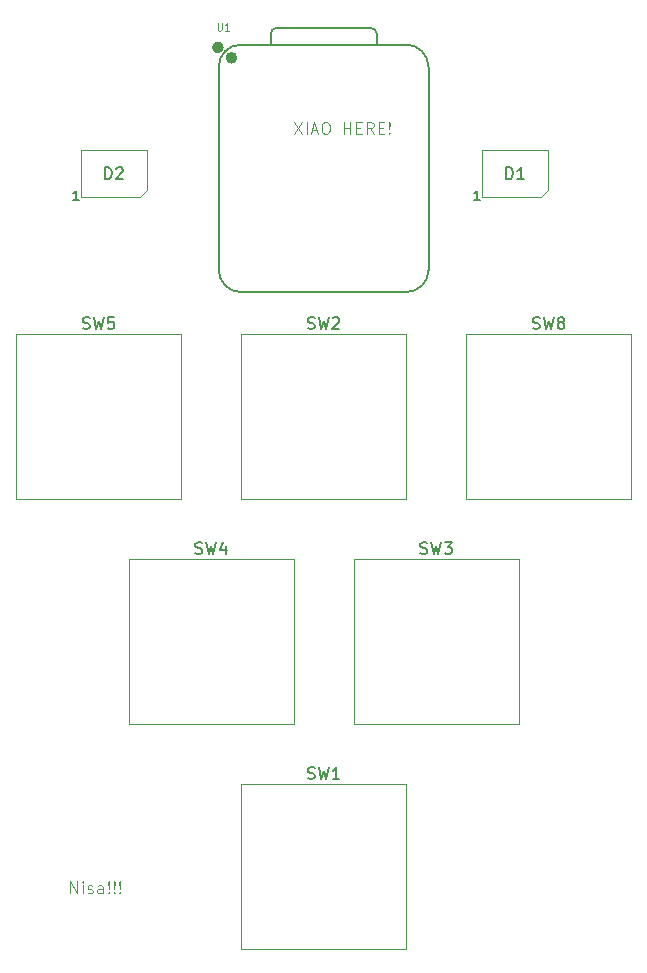
<source format=gbr>
%TF.GenerationSoftware,KiCad,Pcbnew,9.0.2*%
%TF.CreationDate,2025-07-05T15:14:09-07:00*%
%TF.ProjectId,Hackpad,4861636b-7061-4642-9e6b-696361645f70,rev?*%
%TF.SameCoordinates,Original*%
%TF.FileFunction,Legend,Top*%
%TF.FilePolarity,Positive*%
%FSLAX46Y46*%
G04 Gerber Fmt 4.6, Leading zero omitted, Abs format (unit mm)*
G04 Created by KiCad (PCBNEW 9.0.2) date 2025-07-05 15:14:09*
%MOMM*%
%LPD*%
G01*
G04 APERTURE LIST*
%ADD10C,0.100000*%
%ADD11C,0.101600*%
%ADD12C,0.150000*%
%ADD13C,0.127000*%
%ADD14C,0.504000*%
%ADD15C,0.120000*%
G04 APERTURE END LIST*
D10*
X109841384Y-161797419D02*
X109841384Y-160797419D01*
X109841384Y-160797419D02*
X110412812Y-161797419D01*
X110412812Y-161797419D02*
X110412812Y-160797419D01*
X110889003Y-161797419D02*
X110889003Y-161130752D01*
X110889003Y-160797419D02*
X110841384Y-160845038D01*
X110841384Y-160845038D02*
X110889003Y-160892657D01*
X110889003Y-160892657D02*
X110936622Y-160845038D01*
X110936622Y-160845038D02*
X110889003Y-160797419D01*
X110889003Y-160797419D02*
X110889003Y-160892657D01*
X111317574Y-161749800D02*
X111412812Y-161797419D01*
X111412812Y-161797419D02*
X111603288Y-161797419D01*
X111603288Y-161797419D02*
X111698526Y-161749800D01*
X111698526Y-161749800D02*
X111746145Y-161654561D01*
X111746145Y-161654561D02*
X111746145Y-161606942D01*
X111746145Y-161606942D02*
X111698526Y-161511704D01*
X111698526Y-161511704D02*
X111603288Y-161464085D01*
X111603288Y-161464085D02*
X111460431Y-161464085D01*
X111460431Y-161464085D02*
X111365193Y-161416466D01*
X111365193Y-161416466D02*
X111317574Y-161321228D01*
X111317574Y-161321228D02*
X111317574Y-161273609D01*
X111317574Y-161273609D02*
X111365193Y-161178371D01*
X111365193Y-161178371D02*
X111460431Y-161130752D01*
X111460431Y-161130752D02*
X111603288Y-161130752D01*
X111603288Y-161130752D02*
X111698526Y-161178371D01*
X112603288Y-161797419D02*
X112603288Y-161273609D01*
X112603288Y-161273609D02*
X112555669Y-161178371D01*
X112555669Y-161178371D02*
X112460431Y-161130752D01*
X112460431Y-161130752D02*
X112269955Y-161130752D01*
X112269955Y-161130752D02*
X112174717Y-161178371D01*
X112603288Y-161749800D02*
X112508050Y-161797419D01*
X112508050Y-161797419D02*
X112269955Y-161797419D01*
X112269955Y-161797419D02*
X112174717Y-161749800D01*
X112174717Y-161749800D02*
X112127098Y-161654561D01*
X112127098Y-161654561D02*
X112127098Y-161559323D01*
X112127098Y-161559323D02*
X112174717Y-161464085D01*
X112174717Y-161464085D02*
X112269955Y-161416466D01*
X112269955Y-161416466D02*
X112508050Y-161416466D01*
X112508050Y-161416466D02*
X112603288Y-161368847D01*
X113079479Y-161702180D02*
X113127098Y-161749800D01*
X113127098Y-161749800D02*
X113079479Y-161797419D01*
X113079479Y-161797419D02*
X113031860Y-161749800D01*
X113031860Y-161749800D02*
X113079479Y-161702180D01*
X113079479Y-161702180D02*
X113079479Y-161797419D01*
X113079479Y-161416466D02*
X113031860Y-160845038D01*
X113031860Y-160845038D02*
X113079479Y-160797419D01*
X113079479Y-160797419D02*
X113127098Y-160845038D01*
X113127098Y-160845038D02*
X113079479Y-161416466D01*
X113079479Y-161416466D02*
X113079479Y-160797419D01*
X113555669Y-161702180D02*
X113603288Y-161749800D01*
X113603288Y-161749800D02*
X113555669Y-161797419D01*
X113555669Y-161797419D02*
X113508050Y-161749800D01*
X113508050Y-161749800D02*
X113555669Y-161702180D01*
X113555669Y-161702180D02*
X113555669Y-161797419D01*
X113555669Y-161416466D02*
X113508050Y-160845038D01*
X113508050Y-160845038D02*
X113555669Y-160797419D01*
X113555669Y-160797419D02*
X113603288Y-160845038D01*
X113603288Y-160845038D02*
X113555669Y-161416466D01*
X113555669Y-161416466D02*
X113555669Y-160797419D01*
X114031859Y-161702180D02*
X114079478Y-161749800D01*
X114079478Y-161749800D02*
X114031859Y-161797419D01*
X114031859Y-161797419D02*
X113984240Y-161749800D01*
X113984240Y-161749800D02*
X114031859Y-161702180D01*
X114031859Y-161702180D02*
X114031859Y-161797419D01*
X114031859Y-161416466D02*
X113984240Y-160845038D01*
X113984240Y-160845038D02*
X114031859Y-160797419D01*
X114031859Y-160797419D02*
X114079478Y-160845038D01*
X114079478Y-160845038D02*
X114031859Y-161416466D01*
X114031859Y-161416466D02*
X114031859Y-160797419D01*
X128796146Y-96503669D02*
X129462812Y-97503669D01*
X129462812Y-96503669D02*
X128796146Y-97503669D01*
X129843765Y-97503669D02*
X129843765Y-96503669D01*
X130272336Y-97217954D02*
X130748526Y-97217954D01*
X130177098Y-97503669D02*
X130510431Y-96503669D01*
X130510431Y-96503669D02*
X130843764Y-97503669D01*
X131367574Y-96503669D02*
X131558050Y-96503669D01*
X131558050Y-96503669D02*
X131653288Y-96551288D01*
X131653288Y-96551288D02*
X131748526Y-96646526D01*
X131748526Y-96646526D02*
X131796145Y-96837002D01*
X131796145Y-96837002D02*
X131796145Y-97170335D01*
X131796145Y-97170335D02*
X131748526Y-97360811D01*
X131748526Y-97360811D02*
X131653288Y-97456050D01*
X131653288Y-97456050D02*
X131558050Y-97503669D01*
X131558050Y-97503669D02*
X131367574Y-97503669D01*
X131367574Y-97503669D02*
X131272336Y-97456050D01*
X131272336Y-97456050D02*
X131177098Y-97360811D01*
X131177098Y-97360811D02*
X131129479Y-97170335D01*
X131129479Y-97170335D02*
X131129479Y-96837002D01*
X131129479Y-96837002D02*
X131177098Y-96646526D01*
X131177098Y-96646526D02*
X131272336Y-96551288D01*
X131272336Y-96551288D02*
X131367574Y-96503669D01*
X132986622Y-97503669D02*
X132986622Y-96503669D01*
X132986622Y-96979859D02*
X133558050Y-96979859D01*
X133558050Y-97503669D02*
X133558050Y-96503669D01*
X134034241Y-96979859D02*
X134367574Y-96979859D01*
X134510431Y-97503669D02*
X134034241Y-97503669D01*
X134034241Y-97503669D02*
X134034241Y-96503669D01*
X134034241Y-96503669D02*
X134510431Y-96503669D01*
X135510431Y-97503669D02*
X135177098Y-97027478D01*
X134939003Y-97503669D02*
X134939003Y-96503669D01*
X134939003Y-96503669D02*
X135319955Y-96503669D01*
X135319955Y-96503669D02*
X135415193Y-96551288D01*
X135415193Y-96551288D02*
X135462812Y-96598907D01*
X135462812Y-96598907D02*
X135510431Y-96694145D01*
X135510431Y-96694145D02*
X135510431Y-96837002D01*
X135510431Y-96837002D02*
X135462812Y-96932240D01*
X135462812Y-96932240D02*
X135415193Y-96979859D01*
X135415193Y-96979859D02*
X135319955Y-97027478D01*
X135319955Y-97027478D02*
X134939003Y-97027478D01*
X135939003Y-96979859D02*
X136272336Y-96979859D01*
X136415193Y-97503669D02*
X135939003Y-97503669D01*
X135939003Y-97503669D02*
X135939003Y-96503669D01*
X135939003Y-96503669D02*
X136415193Y-96503669D01*
X136843765Y-97408430D02*
X136891384Y-97456050D01*
X136891384Y-97456050D02*
X136843765Y-97503669D01*
X136843765Y-97503669D02*
X136796146Y-97456050D01*
X136796146Y-97456050D02*
X136843765Y-97408430D01*
X136843765Y-97408430D02*
X136843765Y-97503669D01*
X136843765Y-97122716D02*
X136796146Y-96551288D01*
X136796146Y-96551288D02*
X136843765Y-96503669D01*
X136843765Y-96503669D02*
X136891384Y-96551288D01*
X136891384Y-96551288D02*
X136843765Y-97122716D01*
X136843765Y-97122716D02*
X136843765Y-96503669D01*
D11*
X122302440Y-88142229D02*
X122302440Y-88656276D01*
X122302440Y-88656276D02*
X122332678Y-88716752D01*
X122332678Y-88716752D02*
X122362916Y-88746991D01*
X122362916Y-88746991D02*
X122423392Y-88777229D01*
X122423392Y-88777229D02*
X122544345Y-88777229D01*
X122544345Y-88777229D02*
X122604821Y-88746991D01*
X122604821Y-88746991D02*
X122635059Y-88716752D01*
X122635059Y-88716752D02*
X122665297Y-88656276D01*
X122665297Y-88656276D02*
X122665297Y-88142229D01*
X123300297Y-88777229D02*
X122937440Y-88777229D01*
X123118868Y-88777229D02*
X123118868Y-88142229D01*
X123118868Y-88142229D02*
X123058392Y-88232943D01*
X123058392Y-88232943D02*
X122997916Y-88293419D01*
X122997916Y-88293419D02*
X122937440Y-88323657D01*
D12*
X129952917Y-113976950D02*
X130095774Y-114024569D01*
X130095774Y-114024569D02*
X130333869Y-114024569D01*
X130333869Y-114024569D02*
X130429107Y-113976950D01*
X130429107Y-113976950D02*
X130476726Y-113929330D01*
X130476726Y-113929330D02*
X130524345Y-113834092D01*
X130524345Y-113834092D02*
X130524345Y-113738854D01*
X130524345Y-113738854D02*
X130476726Y-113643616D01*
X130476726Y-113643616D02*
X130429107Y-113595997D01*
X130429107Y-113595997D02*
X130333869Y-113548378D01*
X130333869Y-113548378D02*
X130143393Y-113500759D01*
X130143393Y-113500759D02*
X130048155Y-113453140D01*
X130048155Y-113453140D02*
X130000536Y-113405521D01*
X130000536Y-113405521D02*
X129952917Y-113310283D01*
X129952917Y-113310283D02*
X129952917Y-113215045D01*
X129952917Y-113215045D02*
X130000536Y-113119807D01*
X130000536Y-113119807D02*
X130048155Y-113072188D01*
X130048155Y-113072188D02*
X130143393Y-113024569D01*
X130143393Y-113024569D02*
X130381488Y-113024569D01*
X130381488Y-113024569D02*
X130524345Y-113072188D01*
X130857679Y-113024569D02*
X131095774Y-114024569D01*
X131095774Y-114024569D02*
X131286250Y-113310283D01*
X131286250Y-113310283D02*
X131476726Y-114024569D01*
X131476726Y-114024569D02*
X131714822Y-113024569D01*
X132048155Y-113119807D02*
X132095774Y-113072188D01*
X132095774Y-113072188D02*
X132191012Y-113024569D01*
X132191012Y-113024569D02*
X132429107Y-113024569D01*
X132429107Y-113024569D02*
X132524345Y-113072188D01*
X132524345Y-113072188D02*
X132571964Y-113119807D01*
X132571964Y-113119807D02*
X132619583Y-113215045D01*
X132619583Y-113215045D02*
X132619583Y-113310283D01*
X132619583Y-113310283D02*
X132571964Y-113453140D01*
X132571964Y-113453140D02*
X132000536Y-114024569D01*
X132000536Y-114024569D02*
X132619583Y-114024569D01*
X149002917Y-113976950D02*
X149145774Y-114024569D01*
X149145774Y-114024569D02*
X149383869Y-114024569D01*
X149383869Y-114024569D02*
X149479107Y-113976950D01*
X149479107Y-113976950D02*
X149526726Y-113929330D01*
X149526726Y-113929330D02*
X149574345Y-113834092D01*
X149574345Y-113834092D02*
X149574345Y-113738854D01*
X149574345Y-113738854D02*
X149526726Y-113643616D01*
X149526726Y-113643616D02*
X149479107Y-113595997D01*
X149479107Y-113595997D02*
X149383869Y-113548378D01*
X149383869Y-113548378D02*
X149193393Y-113500759D01*
X149193393Y-113500759D02*
X149098155Y-113453140D01*
X149098155Y-113453140D02*
X149050536Y-113405521D01*
X149050536Y-113405521D02*
X149002917Y-113310283D01*
X149002917Y-113310283D02*
X149002917Y-113215045D01*
X149002917Y-113215045D02*
X149050536Y-113119807D01*
X149050536Y-113119807D02*
X149098155Y-113072188D01*
X149098155Y-113072188D02*
X149193393Y-113024569D01*
X149193393Y-113024569D02*
X149431488Y-113024569D01*
X149431488Y-113024569D02*
X149574345Y-113072188D01*
X149907679Y-113024569D02*
X150145774Y-114024569D01*
X150145774Y-114024569D02*
X150336250Y-113310283D01*
X150336250Y-113310283D02*
X150526726Y-114024569D01*
X150526726Y-114024569D02*
X150764822Y-113024569D01*
X151288631Y-113453140D02*
X151193393Y-113405521D01*
X151193393Y-113405521D02*
X151145774Y-113357902D01*
X151145774Y-113357902D02*
X151098155Y-113262664D01*
X151098155Y-113262664D02*
X151098155Y-113215045D01*
X151098155Y-113215045D02*
X151145774Y-113119807D01*
X151145774Y-113119807D02*
X151193393Y-113072188D01*
X151193393Y-113072188D02*
X151288631Y-113024569D01*
X151288631Y-113024569D02*
X151479107Y-113024569D01*
X151479107Y-113024569D02*
X151574345Y-113072188D01*
X151574345Y-113072188D02*
X151621964Y-113119807D01*
X151621964Y-113119807D02*
X151669583Y-113215045D01*
X151669583Y-113215045D02*
X151669583Y-113262664D01*
X151669583Y-113262664D02*
X151621964Y-113357902D01*
X151621964Y-113357902D02*
X151574345Y-113405521D01*
X151574345Y-113405521D02*
X151479107Y-113453140D01*
X151479107Y-113453140D02*
X151288631Y-113453140D01*
X151288631Y-113453140D02*
X151193393Y-113500759D01*
X151193393Y-113500759D02*
X151145774Y-113548378D01*
X151145774Y-113548378D02*
X151098155Y-113643616D01*
X151098155Y-113643616D02*
X151098155Y-113834092D01*
X151098155Y-113834092D02*
X151145774Y-113929330D01*
X151145774Y-113929330D02*
X151193393Y-113976950D01*
X151193393Y-113976950D02*
X151288631Y-114024569D01*
X151288631Y-114024569D02*
X151479107Y-114024569D01*
X151479107Y-114024569D02*
X151574345Y-113976950D01*
X151574345Y-113976950D02*
X151621964Y-113929330D01*
X151621964Y-113929330D02*
X151669583Y-113834092D01*
X151669583Y-113834092D02*
X151669583Y-113643616D01*
X151669583Y-113643616D02*
X151621964Y-113548378D01*
X151621964Y-113548378D02*
X151574345Y-113500759D01*
X151574345Y-113500759D02*
X151479107Y-113453140D01*
X146740655Y-101342319D02*
X146740655Y-100342319D01*
X146740655Y-100342319D02*
X146978750Y-100342319D01*
X146978750Y-100342319D02*
X147121607Y-100389938D01*
X147121607Y-100389938D02*
X147216845Y-100485176D01*
X147216845Y-100485176D02*
X147264464Y-100580414D01*
X147264464Y-100580414D02*
X147312083Y-100770890D01*
X147312083Y-100770890D02*
X147312083Y-100913747D01*
X147312083Y-100913747D02*
X147264464Y-101104223D01*
X147264464Y-101104223D02*
X147216845Y-101199461D01*
X147216845Y-101199461D02*
X147121607Y-101294700D01*
X147121607Y-101294700D02*
X146978750Y-101342319D01*
X146978750Y-101342319D02*
X146740655Y-101342319D01*
X148264464Y-101342319D02*
X147693036Y-101342319D01*
X147978750Y-101342319D02*
X147978750Y-100342319D01*
X147978750Y-100342319D02*
X147883512Y-100485176D01*
X147883512Y-100485176D02*
X147788274Y-100580414D01*
X147788274Y-100580414D02*
X147693036Y-100628033D01*
X144507321Y-103124795D02*
X144050178Y-103124795D01*
X144278750Y-103124795D02*
X144278750Y-102324795D01*
X144278750Y-102324795D02*
X144202559Y-102439080D01*
X144202559Y-102439080D02*
X144126369Y-102515271D01*
X144126369Y-102515271D02*
X144050178Y-102553366D01*
X120427917Y-133026950D02*
X120570774Y-133074569D01*
X120570774Y-133074569D02*
X120808869Y-133074569D01*
X120808869Y-133074569D02*
X120904107Y-133026950D01*
X120904107Y-133026950D02*
X120951726Y-132979330D01*
X120951726Y-132979330D02*
X120999345Y-132884092D01*
X120999345Y-132884092D02*
X120999345Y-132788854D01*
X120999345Y-132788854D02*
X120951726Y-132693616D01*
X120951726Y-132693616D02*
X120904107Y-132645997D01*
X120904107Y-132645997D02*
X120808869Y-132598378D01*
X120808869Y-132598378D02*
X120618393Y-132550759D01*
X120618393Y-132550759D02*
X120523155Y-132503140D01*
X120523155Y-132503140D02*
X120475536Y-132455521D01*
X120475536Y-132455521D02*
X120427917Y-132360283D01*
X120427917Y-132360283D02*
X120427917Y-132265045D01*
X120427917Y-132265045D02*
X120475536Y-132169807D01*
X120475536Y-132169807D02*
X120523155Y-132122188D01*
X120523155Y-132122188D02*
X120618393Y-132074569D01*
X120618393Y-132074569D02*
X120856488Y-132074569D01*
X120856488Y-132074569D02*
X120999345Y-132122188D01*
X121332679Y-132074569D02*
X121570774Y-133074569D01*
X121570774Y-133074569D02*
X121761250Y-132360283D01*
X121761250Y-132360283D02*
X121951726Y-133074569D01*
X121951726Y-133074569D02*
X122189822Y-132074569D01*
X122999345Y-132407902D02*
X122999345Y-133074569D01*
X122761250Y-132026950D02*
X122523155Y-132741235D01*
X122523155Y-132741235D02*
X123142202Y-132741235D01*
X112771905Y-101342319D02*
X112771905Y-100342319D01*
X112771905Y-100342319D02*
X113010000Y-100342319D01*
X113010000Y-100342319D02*
X113152857Y-100389938D01*
X113152857Y-100389938D02*
X113248095Y-100485176D01*
X113248095Y-100485176D02*
X113295714Y-100580414D01*
X113295714Y-100580414D02*
X113343333Y-100770890D01*
X113343333Y-100770890D02*
X113343333Y-100913747D01*
X113343333Y-100913747D02*
X113295714Y-101104223D01*
X113295714Y-101104223D02*
X113248095Y-101199461D01*
X113248095Y-101199461D02*
X113152857Y-101294700D01*
X113152857Y-101294700D02*
X113010000Y-101342319D01*
X113010000Y-101342319D02*
X112771905Y-101342319D01*
X113724286Y-100437557D02*
X113771905Y-100389938D01*
X113771905Y-100389938D02*
X113867143Y-100342319D01*
X113867143Y-100342319D02*
X114105238Y-100342319D01*
X114105238Y-100342319D02*
X114200476Y-100389938D01*
X114200476Y-100389938D02*
X114248095Y-100437557D01*
X114248095Y-100437557D02*
X114295714Y-100532795D01*
X114295714Y-100532795D02*
X114295714Y-100628033D01*
X114295714Y-100628033D02*
X114248095Y-100770890D01*
X114248095Y-100770890D02*
X113676667Y-101342319D01*
X113676667Y-101342319D02*
X114295714Y-101342319D01*
X110538571Y-103124795D02*
X110081428Y-103124795D01*
X110310000Y-103124795D02*
X110310000Y-102324795D01*
X110310000Y-102324795D02*
X110233809Y-102439080D01*
X110233809Y-102439080D02*
X110157619Y-102515271D01*
X110157619Y-102515271D02*
X110081428Y-102553366D01*
X110902917Y-113976950D02*
X111045774Y-114024569D01*
X111045774Y-114024569D02*
X111283869Y-114024569D01*
X111283869Y-114024569D02*
X111379107Y-113976950D01*
X111379107Y-113976950D02*
X111426726Y-113929330D01*
X111426726Y-113929330D02*
X111474345Y-113834092D01*
X111474345Y-113834092D02*
X111474345Y-113738854D01*
X111474345Y-113738854D02*
X111426726Y-113643616D01*
X111426726Y-113643616D02*
X111379107Y-113595997D01*
X111379107Y-113595997D02*
X111283869Y-113548378D01*
X111283869Y-113548378D02*
X111093393Y-113500759D01*
X111093393Y-113500759D02*
X110998155Y-113453140D01*
X110998155Y-113453140D02*
X110950536Y-113405521D01*
X110950536Y-113405521D02*
X110902917Y-113310283D01*
X110902917Y-113310283D02*
X110902917Y-113215045D01*
X110902917Y-113215045D02*
X110950536Y-113119807D01*
X110950536Y-113119807D02*
X110998155Y-113072188D01*
X110998155Y-113072188D02*
X111093393Y-113024569D01*
X111093393Y-113024569D02*
X111331488Y-113024569D01*
X111331488Y-113024569D02*
X111474345Y-113072188D01*
X111807679Y-113024569D02*
X112045774Y-114024569D01*
X112045774Y-114024569D02*
X112236250Y-113310283D01*
X112236250Y-113310283D02*
X112426726Y-114024569D01*
X112426726Y-114024569D02*
X112664822Y-113024569D01*
X113521964Y-113024569D02*
X113045774Y-113024569D01*
X113045774Y-113024569D02*
X112998155Y-113500759D01*
X112998155Y-113500759D02*
X113045774Y-113453140D01*
X113045774Y-113453140D02*
X113141012Y-113405521D01*
X113141012Y-113405521D02*
X113379107Y-113405521D01*
X113379107Y-113405521D02*
X113474345Y-113453140D01*
X113474345Y-113453140D02*
X113521964Y-113500759D01*
X113521964Y-113500759D02*
X113569583Y-113595997D01*
X113569583Y-113595997D02*
X113569583Y-113834092D01*
X113569583Y-113834092D02*
X113521964Y-113929330D01*
X113521964Y-113929330D02*
X113474345Y-113976950D01*
X113474345Y-113976950D02*
X113379107Y-114024569D01*
X113379107Y-114024569D02*
X113141012Y-114024569D01*
X113141012Y-114024569D02*
X113045774Y-113976950D01*
X113045774Y-113976950D02*
X112998155Y-113929330D01*
X129952917Y-152076950D02*
X130095774Y-152124569D01*
X130095774Y-152124569D02*
X130333869Y-152124569D01*
X130333869Y-152124569D02*
X130429107Y-152076950D01*
X130429107Y-152076950D02*
X130476726Y-152029330D01*
X130476726Y-152029330D02*
X130524345Y-151934092D01*
X130524345Y-151934092D02*
X130524345Y-151838854D01*
X130524345Y-151838854D02*
X130476726Y-151743616D01*
X130476726Y-151743616D02*
X130429107Y-151695997D01*
X130429107Y-151695997D02*
X130333869Y-151648378D01*
X130333869Y-151648378D02*
X130143393Y-151600759D01*
X130143393Y-151600759D02*
X130048155Y-151553140D01*
X130048155Y-151553140D02*
X130000536Y-151505521D01*
X130000536Y-151505521D02*
X129952917Y-151410283D01*
X129952917Y-151410283D02*
X129952917Y-151315045D01*
X129952917Y-151315045D02*
X130000536Y-151219807D01*
X130000536Y-151219807D02*
X130048155Y-151172188D01*
X130048155Y-151172188D02*
X130143393Y-151124569D01*
X130143393Y-151124569D02*
X130381488Y-151124569D01*
X130381488Y-151124569D02*
X130524345Y-151172188D01*
X130857679Y-151124569D02*
X131095774Y-152124569D01*
X131095774Y-152124569D02*
X131286250Y-151410283D01*
X131286250Y-151410283D02*
X131476726Y-152124569D01*
X131476726Y-152124569D02*
X131714822Y-151124569D01*
X132619583Y-152124569D02*
X132048155Y-152124569D01*
X132333869Y-152124569D02*
X132333869Y-151124569D01*
X132333869Y-151124569D02*
X132238631Y-151267426D01*
X132238631Y-151267426D02*
X132143393Y-151362664D01*
X132143393Y-151362664D02*
X132048155Y-151410283D01*
X139477917Y-133026950D02*
X139620774Y-133074569D01*
X139620774Y-133074569D02*
X139858869Y-133074569D01*
X139858869Y-133074569D02*
X139954107Y-133026950D01*
X139954107Y-133026950D02*
X140001726Y-132979330D01*
X140001726Y-132979330D02*
X140049345Y-132884092D01*
X140049345Y-132884092D02*
X140049345Y-132788854D01*
X140049345Y-132788854D02*
X140001726Y-132693616D01*
X140001726Y-132693616D02*
X139954107Y-132645997D01*
X139954107Y-132645997D02*
X139858869Y-132598378D01*
X139858869Y-132598378D02*
X139668393Y-132550759D01*
X139668393Y-132550759D02*
X139573155Y-132503140D01*
X139573155Y-132503140D02*
X139525536Y-132455521D01*
X139525536Y-132455521D02*
X139477917Y-132360283D01*
X139477917Y-132360283D02*
X139477917Y-132265045D01*
X139477917Y-132265045D02*
X139525536Y-132169807D01*
X139525536Y-132169807D02*
X139573155Y-132122188D01*
X139573155Y-132122188D02*
X139668393Y-132074569D01*
X139668393Y-132074569D02*
X139906488Y-132074569D01*
X139906488Y-132074569D02*
X140049345Y-132122188D01*
X140382679Y-132074569D02*
X140620774Y-133074569D01*
X140620774Y-133074569D02*
X140811250Y-132360283D01*
X140811250Y-132360283D02*
X141001726Y-133074569D01*
X141001726Y-133074569D02*
X141239822Y-132074569D01*
X141525536Y-132074569D02*
X142144583Y-132074569D01*
X142144583Y-132074569D02*
X141811250Y-132455521D01*
X141811250Y-132455521D02*
X141954107Y-132455521D01*
X141954107Y-132455521D02*
X142049345Y-132503140D01*
X142049345Y-132503140D02*
X142096964Y-132550759D01*
X142096964Y-132550759D02*
X142144583Y-132645997D01*
X142144583Y-132645997D02*
X142144583Y-132884092D01*
X142144583Y-132884092D02*
X142096964Y-132979330D01*
X142096964Y-132979330D02*
X142049345Y-133026950D01*
X142049345Y-133026950D02*
X141954107Y-133074569D01*
X141954107Y-133074569D02*
X141668393Y-133074569D01*
X141668393Y-133074569D02*
X141573155Y-133026950D01*
X141573155Y-133026950D02*
X141525536Y-132979330D01*
D13*
%TO.C,U1*%
X122396250Y-108997750D02*
X122396250Y-91852750D01*
X124301250Y-110902750D02*
X138271250Y-110902750D01*
X126791250Y-89947750D02*
X126794978Y-89037478D01*
X127294978Y-88537750D02*
X135290250Y-88537750D01*
X135790250Y-89037750D02*
X135790250Y-89947750D01*
D10*
X138271250Y-89947750D02*
X124301250Y-89947750D01*
D13*
X138271250Y-89947750D02*
X124301250Y-89947750D01*
X140176250Y-108997750D02*
X140176250Y-91852750D01*
X122396250Y-91852750D02*
G75*
G02*
X124301250Y-89947750I1905001J-1D01*
G01*
X124301250Y-110902750D02*
G75*
G02*
X122396250Y-108997750I1J1905001D01*
G01*
X126794978Y-89037478D02*
G75*
G02*
X127294978Y-88537751I500018J-291D01*
G01*
X135290250Y-88537750D02*
G75*
G02*
X135790250Y-89037750I0J-500000D01*
G01*
X138271250Y-89947750D02*
G75*
G02*
X140176250Y-91852750I0J-1905000D01*
G01*
X140176250Y-108997750D02*
G75*
G02*
X138271250Y-110902750I-1905000J0D01*
G01*
D14*
X122588250Y-90188750D02*
G75*
G02*
X122084250Y-90188750I-252000J0D01*
G01*
X122084250Y-90188750D02*
G75*
G02*
X122588250Y-90188750I252000J0D01*
G01*
X123731250Y-91068750D02*
G75*
G02*
X123227250Y-91068750I-252000J0D01*
G01*
X123227250Y-91068750D02*
G75*
G02*
X123731250Y-91068750I252000J0D01*
G01*
D15*
%TO.C,SW2*%
X138271250Y-128428750D02*
X124301250Y-128428750D01*
X138271250Y-114458750D02*
X138271250Y-128428750D01*
X124301250Y-128428750D02*
X124301250Y-114458750D01*
X124301250Y-114458750D02*
X138271250Y-114458750D01*
%TO.C,SW8*%
X143351250Y-114458750D02*
X157321250Y-114458750D01*
X143351250Y-128428750D02*
X143351250Y-114458750D01*
X157321250Y-114458750D02*
X157321250Y-128428750D01*
X157321250Y-128428750D02*
X143351250Y-128428750D01*
%TO.C,D1*%
X150278750Y-102287500D02*
X150278750Y-98887500D01*
X150278750Y-102287500D02*
X149678750Y-102887500D01*
X144678750Y-102887500D02*
X149678750Y-102887500D01*
X144678750Y-98887500D02*
X150278750Y-98887500D01*
X144678750Y-98887500D02*
X144678750Y-102887500D01*
%TO.C,SW4*%
X128746250Y-147478750D02*
X114776250Y-147478750D01*
X128746250Y-133508750D02*
X128746250Y-147478750D01*
X114776250Y-147478750D02*
X114776250Y-133508750D01*
X114776250Y-133508750D02*
X128746250Y-133508750D01*
%TO.C,D2*%
X110710000Y-98887500D02*
X110710000Y-102887500D01*
X110710000Y-98887500D02*
X116310000Y-98887500D01*
X110710000Y-102887500D02*
X115710000Y-102887500D01*
X116310000Y-102287500D02*
X115710000Y-102887500D01*
X116310000Y-102287500D02*
X116310000Y-98887500D01*
%TO.C,SW5*%
X105251250Y-114458750D02*
X119221250Y-114458750D01*
X105251250Y-128428750D02*
X105251250Y-114458750D01*
X119221250Y-114458750D02*
X119221250Y-128428750D01*
X119221250Y-128428750D02*
X105251250Y-128428750D01*
%TO.C,SW1*%
X138271250Y-166528750D02*
X124301250Y-166528750D01*
X138271250Y-152558750D02*
X138271250Y-166528750D01*
X124301250Y-166528750D02*
X124301250Y-152558750D01*
X124301250Y-152558750D02*
X138271250Y-152558750D01*
%TO.C,SW3*%
X147796250Y-147478750D02*
X133826250Y-147478750D01*
X147796250Y-133508750D02*
X147796250Y-147478750D01*
X133826250Y-147478750D02*
X133826250Y-133508750D01*
X133826250Y-133508750D02*
X147796250Y-133508750D01*
%TD*%
M02*

</source>
